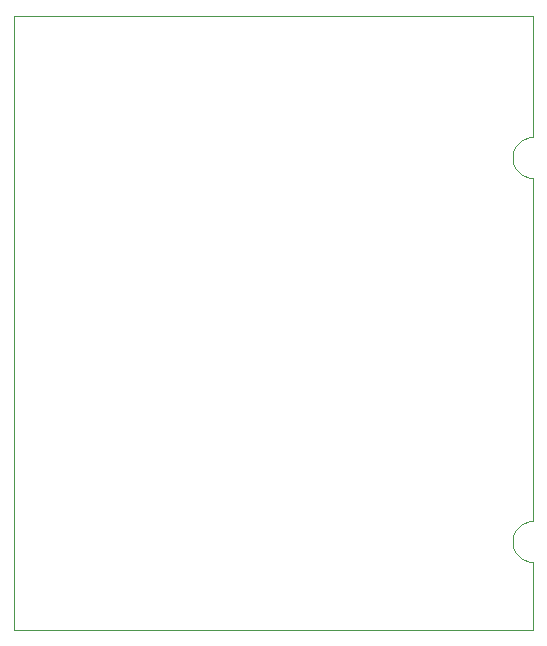
<source format=gko>
G04*
G04 #@! TF.GenerationSoftware,Altium Limited,Altium Designer,23.6.0 (18)*
G04*
G04 Layer_Color=16711935*
%FSLAX25Y25*%
%MOIN*%
G70*
G04*
G04 #@! TF.SameCoordinates,7954F5F0-22A1-4131-B6F7-0AC426F17986*
G04*
G04*
G04 #@! TF.FilePolarity,Positive*
G04*
G01*
G75*
%ADD15C,0.00394*%
D15*
X108169Y164075D02*
X107188Y164006D01*
X106226Y163798D01*
X105303Y163456D01*
X104439Y162985D01*
X103651Y162396D01*
X102954Y161701D01*
X102364Y160913D01*
X101892Y160050D01*
X101548Y159128D01*
X101339Y158167D01*
X101268Y157185D01*
X101339Y156203D01*
X101548Y155242D01*
X101892Y154320D01*
X102364Y153457D01*
X102954Y152669D01*
X103651Y151974D01*
X104439Y151385D01*
X105303Y150915D01*
X106226Y150572D01*
X107188Y150364D01*
X108169Y150295D01*
Y36122D02*
X107188Y36053D01*
X106226Y35846D01*
X105303Y35503D01*
X104439Y35032D01*
X103651Y34443D01*
X102954Y33748D01*
X102364Y32961D01*
X101892Y32097D01*
X101548Y31175D01*
X101339Y30214D01*
X101268Y29232D01*
X101339Y28251D01*
X101548Y27289D01*
X101892Y26367D01*
X102364Y25504D01*
X102954Y24717D01*
X103651Y24021D01*
X104439Y23432D01*
X105303Y22962D01*
X106226Y22619D01*
X107188Y22411D01*
X108169Y22343D01*
X-65059Y204429D02*
X108169D01*
X-65059Y-295D02*
X108169D01*
X-65059D02*
Y204429D01*
X108169Y164075D02*
Y204429D01*
Y36122D02*
Y150295D01*
Y-295D02*
Y22343D01*
M02*

</source>
